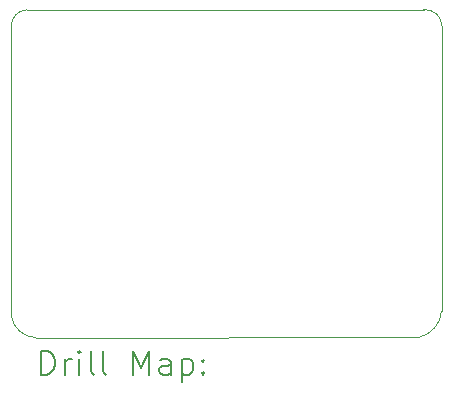
<source format=gbr>
%TF.GenerationSoftware,KiCad,Pcbnew,(6.0.7)*%
%TF.CreationDate,2023-01-24T00:43:17-08:00*%
%TF.ProjectId,Sensors,53656e73-6f72-4732-9e6b-696361645f70,rev?*%
%TF.SameCoordinates,Original*%
%TF.FileFunction,Drillmap*%
%TF.FilePolarity,Positive*%
%FSLAX45Y45*%
G04 Gerber Fmt 4.5, Leading zero omitted, Abs format (unit mm)*
G04 Created by KiCad (PCBNEW (6.0.7)) date 2023-01-24 00:43:17*
%MOMM*%
%LPD*%
G01*
G04 APERTURE LIST*
%ADD10C,0.050000*%
%ADD11C,0.200000*%
G04 APERTURE END LIST*
D10*
X12057623Y-7307784D02*
G75*
G03*
X12247037Y-7084735I-57044J240393D01*
G01*
X12249293Y-4672665D02*
G75*
G03*
X12094013Y-4534224I-139311J48D01*
G01*
X8813060Y-7310679D02*
X12057839Y-7308694D01*
X8733543Y-4535040D02*
X12094013Y-4534224D01*
X8603864Y-4673303D02*
X8602011Y-7117662D01*
X8733543Y-4535047D02*
G75*
G03*
X8603864Y-4673303I5627J-135223D01*
G01*
X8602203Y-7117642D02*
G75*
G03*
X8813060Y-7310679I214455J22572D01*
G01*
X12249293Y-4672665D02*
X12247037Y-7084735D01*
D11*
X8857130Y-7623655D02*
X8857130Y-7423655D01*
X8904749Y-7423655D01*
X8933321Y-7433179D01*
X8952368Y-7452226D01*
X8961892Y-7471274D01*
X8971416Y-7509369D01*
X8971416Y-7537941D01*
X8961892Y-7576036D01*
X8952368Y-7595083D01*
X8933321Y-7614131D01*
X8904749Y-7623655D01*
X8857130Y-7623655D01*
X9057130Y-7623655D02*
X9057130Y-7490322D01*
X9057130Y-7528417D02*
X9066654Y-7509369D01*
X9076178Y-7499845D01*
X9095225Y-7490322D01*
X9114273Y-7490322D01*
X9180940Y-7623655D02*
X9180940Y-7490322D01*
X9180940Y-7423655D02*
X9171416Y-7433179D01*
X9180940Y-7442703D01*
X9190463Y-7433179D01*
X9180940Y-7423655D01*
X9180940Y-7442703D01*
X9304749Y-7623655D02*
X9285702Y-7614131D01*
X9276178Y-7595083D01*
X9276178Y-7423655D01*
X9409511Y-7623655D02*
X9390463Y-7614131D01*
X9380940Y-7595083D01*
X9380940Y-7423655D01*
X9638083Y-7623655D02*
X9638083Y-7423655D01*
X9704749Y-7566512D01*
X9771416Y-7423655D01*
X9771416Y-7623655D01*
X9952368Y-7623655D02*
X9952368Y-7518893D01*
X9942844Y-7499845D01*
X9923797Y-7490322D01*
X9885702Y-7490322D01*
X9866654Y-7499845D01*
X9952368Y-7614131D02*
X9933321Y-7623655D01*
X9885702Y-7623655D01*
X9866654Y-7614131D01*
X9857130Y-7595083D01*
X9857130Y-7576036D01*
X9866654Y-7556988D01*
X9885702Y-7547464D01*
X9933321Y-7547464D01*
X9952368Y-7537941D01*
X10047606Y-7490322D02*
X10047606Y-7690322D01*
X10047606Y-7499845D02*
X10066654Y-7490322D01*
X10104749Y-7490322D01*
X10123797Y-7499845D01*
X10133321Y-7509369D01*
X10142844Y-7528417D01*
X10142844Y-7585560D01*
X10133321Y-7604607D01*
X10123797Y-7614131D01*
X10104749Y-7623655D01*
X10066654Y-7623655D01*
X10047606Y-7614131D01*
X10228559Y-7604607D02*
X10238083Y-7614131D01*
X10228559Y-7623655D01*
X10219035Y-7614131D01*
X10228559Y-7604607D01*
X10228559Y-7623655D01*
X10228559Y-7499845D02*
X10238083Y-7509369D01*
X10228559Y-7518893D01*
X10219035Y-7509369D01*
X10228559Y-7499845D01*
X10228559Y-7518893D01*
M02*

</source>
